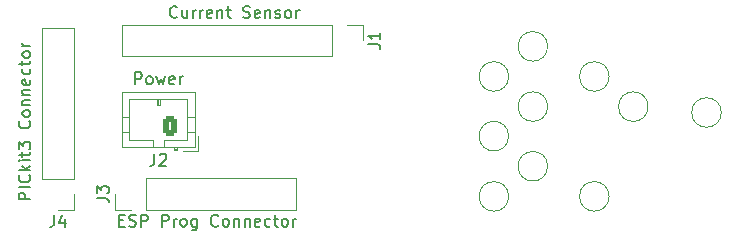
<source format=gto>
%TF.GenerationSoftware,KiCad,Pcbnew,(6.0.0)*%
%TF.CreationDate,2022-01-10T19:28:16+00:00*%
%TF.ProjectId,DiscProgrammer,44697363-5072-46f6-9772-616d6d65722e,rev?*%
%TF.SameCoordinates,Original*%
%TF.FileFunction,Legend,Top*%
%TF.FilePolarity,Positive*%
%FSLAX46Y46*%
G04 Gerber Fmt 4.6, Leading zero omitted, Abs format (unit mm)*
G04 Created by KiCad (PCBNEW (6.0.0)) date 2022-01-10 19:28:16*
%MOMM*%
%LPD*%
G01*
G04 APERTURE LIST*
G04 Aperture macros list*
%AMRoundRect*
0 Rectangle with rounded corners*
0 $1 Rounding radius*
0 $2 $3 $4 $5 $6 $7 $8 $9 X,Y pos of 4 corners*
0 Add a 4 corners polygon primitive as box body*
4,1,4,$2,$3,$4,$5,$6,$7,$8,$9,$2,$3,0*
0 Add four circle primitives for the rounded corners*
1,1,$1+$1,$2,$3*
1,1,$1+$1,$4,$5*
1,1,$1+$1,$6,$7*
1,1,$1+$1,$8,$9*
0 Add four rect primitives between the rounded corners*
20,1,$1+$1,$2,$3,$4,$5,0*
20,1,$1+$1,$4,$5,$6,$7,0*
20,1,$1+$1,$6,$7,$8,$9,0*
20,1,$1+$1,$8,$9,$2,$3,0*%
G04 Aperture macros list end*
%ADD10C,0.150000*%
%ADD11C,0.120000*%
%ADD12C,3.200000*%
%ADD13R,1.700000X1.700000*%
%ADD14O,1.700000X1.700000*%
%ADD15C,6.500000*%
%ADD16C,2.000000*%
%ADD17RoundRect,0.250000X0.350000X0.625000X-0.350000X0.625000X-0.350000X-0.625000X0.350000X-0.625000X0*%
%ADD18O,1.200000X1.750000*%
G04 APERTURE END LIST*
D10*
%TO.C,J4*%
X51666666Y-49782380D02*
X51666666Y-50496666D01*
X51619047Y-50639523D01*
X51523809Y-50734761D01*
X51380952Y-50782380D01*
X51285714Y-50782380D01*
X52571428Y-50115714D02*
X52571428Y-50782380D01*
X52333333Y-49734761D02*
X52095238Y-50449047D01*
X52714285Y-50449047D01*
X49652380Y-48447619D02*
X48652380Y-48447619D01*
X48652380Y-48066666D01*
X48700000Y-47971428D01*
X48747619Y-47923809D01*
X48842857Y-47876190D01*
X48985714Y-47876190D01*
X49080952Y-47923809D01*
X49128571Y-47971428D01*
X49176190Y-48066666D01*
X49176190Y-48447619D01*
X49652380Y-47447619D02*
X48652380Y-47447619D01*
X49557142Y-46400000D02*
X49604761Y-46447619D01*
X49652380Y-46590476D01*
X49652380Y-46685714D01*
X49604761Y-46828571D01*
X49509523Y-46923809D01*
X49414285Y-46971428D01*
X49223809Y-47019047D01*
X49080952Y-47019047D01*
X48890476Y-46971428D01*
X48795238Y-46923809D01*
X48700000Y-46828571D01*
X48652380Y-46685714D01*
X48652380Y-46590476D01*
X48700000Y-46447619D01*
X48747619Y-46400000D01*
X49652380Y-45971428D02*
X48652380Y-45971428D01*
X49271428Y-45876190D02*
X49652380Y-45590476D01*
X48985714Y-45590476D02*
X49366666Y-45971428D01*
X49652380Y-45161904D02*
X48985714Y-45161904D01*
X48652380Y-45161904D02*
X48700000Y-45209523D01*
X48747619Y-45161904D01*
X48700000Y-45114285D01*
X48652380Y-45161904D01*
X48747619Y-45161904D01*
X48985714Y-44828571D02*
X48985714Y-44447619D01*
X48652380Y-44685714D02*
X49509523Y-44685714D01*
X49604761Y-44638095D01*
X49652380Y-44542857D01*
X49652380Y-44447619D01*
X48652380Y-44209523D02*
X48652380Y-43590476D01*
X49033333Y-43923809D01*
X49033333Y-43780952D01*
X49080952Y-43685714D01*
X49128571Y-43638095D01*
X49223809Y-43590476D01*
X49461904Y-43590476D01*
X49557142Y-43638095D01*
X49604761Y-43685714D01*
X49652380Y-43780952D01*
X49652380Y-44066666D01*
X49604761Y-44161904D01*
X49557142Y-44209523D01*
X49557142Y-41828571D02*
X49604761Y-41876190D01*
X49652380Y-42019047D01*
X49652380Y-42114285D01*
X49604761Y-42257142D01*
X49509523Y-42352380D01*
X49414285Y-42400000D01*
X49223809Y-42447619D01*
X49080952Y-42447619D01*
X48890476Y-42400000D01*
X48795238Y-42352380D01*
X48700000Y-42257142D01*
X48652380Y-42114285D01*
X48652380Y-42019047D01*
X48700000Y-41876190D01*
X48747619Y-41828571D01*
X49652380Y-41257142D02*
X49604761Y-41352380D01*
X49557142Y-41400000D01*
X49461904Y-41447619D01*
X49176190Y-41447619D01*
X49080952Y-41400000D01*
X49033333Y-41352380D01*
X48985714Y-41257142D01*
X48985714Y-41114285D01*
X49033333Y-41019047D01*
X49080952Y-40971428D01*
X49176190Y-40923809D01*
X49461904Y-40923809D01*
X49557142Y-40971428D01*
X49604761Y-41019047D01*
X49652380Y-41114285D01*
X49652380Y-41257142D01*
X48985714Y-40495238D02*
X49652380Y-40495238D01*
X49080952Y-40495238D02*
X49033333Y-40447619D01*
X48985714Y-40352380D01*
X48985714Y-40209523D01*
X49033333Y-40114285D01*
X49128571Y-40066666D01*
X49652380Y-40066666D01*
X48985714Y-39590476D02*
X49652380Y-39590476D01*
X49080952Y-39590476D02*
X49033333Y-39542857D01*
X48985714Y-39447619D01*
X48985714Y-39304761D01*
X49033333Y-39209523D01*
X49128571Y-39161904D01*
X49652380Y-39161904D01*
X49604761Y-38304761D02*
X49652380Y-38400000D01*
X49652380Y-38590476D01*
X49604761Y-38685714D01*
X49509523Y-38733333D01*
X49128571Y-38733333D01*
X49033333Y-38685714D01*
X48985714Y-38590476D01*
X48985714Y-38400000D01*
X49033333Y-38304761D01*
X49128571Y-38257142D01*
X49223809Y-38257142D01*
X49319047Y-38733333D01*
X49604761Y-37400000D02*
X49652380Y-37495238D01*
X49652380Y-37685714D01*
X49604761Y-37780952D01*
X49557142Y-37828571D01*
X49461904Y-37876190D01*
X49176190Y-37876190D01*
X49080952Y-37828571D01*
X49033333Y-37780952D01*
X48985714Y-37685714D01*
X48985714Y-37495238D01*
X49033333Y-37400000D01*
X48985714Y-37114285D02*
X48985714Y-36733333D01*
X48652380Y-36971428D02*
X49509523Y-36971428D01*
X49604761Y-36923809D01*
X49652380Y-36828571D01*
X49652380Y-36733333D01*
X49652380Y-36257142D02*
X49604761Y-36352380D01*
X49557142Y-36400000D01*
X49461904Y-36447619D01*
X49176190Y-36447619D01*
X49080952Y-36400000D01*
X49033333Y-36352380D01*
X48985714Y-36257142D01*
X48985714Y-36114285D01*
X49033333Y-36019047D01*
X49080952Y-35971428D01*
X49176190Y-35923809D01*
X49461904Y-35923809D01*
X49557142Y-35971428D01*
X49604761Y-36019047D01*
X49652380Y-36114285D01*
X49652380Y-36257142D01*
X49652380Y-35495238D02*
X48985714Y-35495238D01*
X49176190Y-35495238D02*
X49080952Y-35447619D01*
X49033333Y-35400000D01*
X48985714Y-35304761D01*
X48985714Y-35209523D01*
%TO.C,J3*%
X55272380Y-48333333D02*
X55986666Y-48333333D01*
X56129523Y-48380952D01*
X56224761Y-48476190D01*
X56272380Y-48619047D01*
X56272380Y-48714285D01*
X55272380Y-47952380D02*
X55272380Y-47333333D01*
X55653333Y-47666666D01*
X55653333Y-47523809D01*
X55700952Y-47428571D01*
X55748571Y-47380952D01*
X55843809Y-47333333D01*
X56081904Y-47333333D01*
X56177142Y-47380952D01*
X56224761Y-47428571D01*
X56272380Y-47523809D01*
X56272380Y-47809523D01*
X56224761Y-47904761D01*
X56177142Y-47952380D01*
X57171428Y-50228571D02*
X57504761Y-50228571D01*
X57647619Y-50752380D02*
X57171428Y-50752380D01*
X57171428Y-49752380D01*
X57647619Y-49752380D01*
X58028571Y-50704761D02*
X58171428Y-50752380D01*
X58409523Y-50752380D01*
X58504761Y-50704761D01*
X58552380Y-50657142D01*
X58599999Y-50561904D01*
X58599999Y-50466666D01*
X58552380Y-50371428D01*
X58504761Y-50323809D01*
X58409523Y-50276190D01*
X58219047Y-50228571D01*
X58123809Y-50180952D01*
X58076190Y-50133333D01*
X58028571Y-50038095D01*
X58028571Y-49942857D01*
X58076190Y-49847619D01*
X58123809Y-49800000D01*
X58219047Y-49752380D01*
X58457142Y-49752380D01*
X58599999Y-49800000D01*
X59028571Y-50752380D02*
X59028571Y-49752380D01*
X59409523Y-49752380D01*
X59504761Y-49800000D01*
X59552380Y-49847619D01*
X59599999Y-49942857D01*
X59599999Y-50085714D01*
X59552380Y-50180952D01*
X59504761Y-50228571D01*
X59409523Y-50276190D01*
X59028571Y-50276190D01*
X60790476Y-50752380D02*
X60790476Y-49752380D01*
X61171428Y-49752380D01*
X61266666Y-49800000D01*
X61314285Y-49847619D01*
X61361904Y-49942857D01*
X61361904Y-50085714D01*
X61314285Y-50180952D01*
X61266666Y-50228571D01*
X61171428Y-50276190D01*
X60790476Y-50276190D01*
X61790476Y-50752380D02*
X61790476Y-50085714D01*
X61790476Y-50276190D02*
X61838095Y-50180952D01*
X61885714Y-50133333D01*
X61980952Y-50085714D01*
X62076190Y-50085714D01*
X62552380Y-50752380D02*
X62457142Y-50704761D01*
X62409523Y-50657142D01*
X62361904Y-50561904D01*
X62361904Y-50276190D01*
X62409523Y-50180952D01*
X62457142Y-50133333D01*
X62552380Y-50085714D01*
X62695238Y-50085714D01*
X62790476Y-50133333D01*
X62838095Y-50180952D01*
X62885714Y-50276190D01*
X62885714Y-50561904D01*
X62838095Y-50657142D01*
X62790476Y-50704761D01*
X62695238Y-50752380D01*
X62552380Y-50752380D01*
X63742857Y-50085714D02*
X63742857Y-50895238D01*
X63695238Y-50990476D01*
X63647619Y-51038095D01*
X63552380Y-51085714D01*
X63409523Y-51085714D01*
X63314285Y-51038095D01*
X63742857Y-50704761D02*
X63647619Y-50752380D01*
X63457142Y-50752380D01*
X63361904Y-50704761D01*
X63314285Y-50657142D01*
X63266666Y-50561904D01*
X63266666Y-50276190D01*
X63314285Y-50180952D01*
X63361904Y-50133333D01*
X63457142Y-50085714D01*
X63647619Y-50085714D01*
X63742857Y-50133333D01*
X65552380Y-50657142D02*
X65504761Y-50704761D01*
X65361904Y-50752380D01*
X65266666Y-50752380D01*
X65123809Y-50704761D01*
X65028571Y-50609523D01*
X64980952Y-50514285D01*
X64933333Y-50323809D01*
X64933333Y-50180952D01*
X64980952Y-49990476D01*
X65028571Y-49895238D01*
X65123809Y-49800000D01*
X65266666Y-49752380D01*
X65361904Y-49752380D01*
X65504761Y-49800000D01*
X65552380Y-49847619D01*
X66123809Y-50752380D02*
X66028571Y-50704761D01*
X65980952Y-50657142D01*
X65933333Y-50561904D01*
X65933333Y-50276190D01*
X65980952Y-50180952D01*
X66028571Y-50133333D01*
X66123809Y-50085714D01*
X66266666Y-50085714D01*
X66361904Y-50133333D01*
X66409523Y-50180952D01*
X66457142Y-50276190D01*
X66457142Y-50561904D01*
X66409523Y-50657142D01*
X66361904Y-50704761D01*
X66266666Y-50752380D01*
X66123809Y-50752380D01*
X66885714Y-50085714D02*
X66885714Y-50752380D01*
X66885714Y-50180952D02*
X66933333Y-50133333D01*
X67028571Y-50085714D01*
X67171428Y-50085714D01*
X67266666Y-50133333D01*
X67314285Y-50228571D01*
X67314285Y-50752380D01*
X67790476Y-50085714D02*
X67790476Y-50752380D01*
X67790476Y-50180952D02*
X67838095Y-50133333D01*
X67933333Y-50085714D01*
X68076190Y-50085714D01*
X68171428Y-50133333D01*
X68219047Y-50228571D01*
X68219047Y-50752380D01*
X69076190Y-50704761D02*
X68980952Y-50752380D01*
X68790476Y-50752380D01*
X68695238Y-50704761D01*
X68647619Y-50609523D01*
X68647619Y-50228571D01*
X68695238Y-50133333D01*
X68790476Y-50085714D01*
X68980952Y-50085714D01*
X69076190Y-50133333D01*
X69123809Y-50228571D01*
X69123809Y-50323809D01*
X68647619Y-50419047D01*
X69980952Y-50704761D02*
X69885714Y-50752380D01*
X69695238Y-50752380D01*
X69600000Y-50704761D01*
X69552380Y-50657142D01*
X69504761Y-50561904D01*
X69504761Y-50276190D01*
X69552380Y-50180952D01*
X69600000Y-50133333D01*
X69695238Y-50085714D01*
X69885714Y-50085714D01*
X69980952Y-50133333D01*
X70266666Y-50085714D02*
X70647619Y-50085714D01*
X70409523Y-49752380D02*
X70409523Y-50609523D01*
X70457142Y-50704761D01*
X70552380Y-50752380D01*
X70647619Y-50752380D01*
X71123809Y-50752380D02*
X71028571Y-50704761D01*
X70980952Y-50657142D01*
X70933333Y-50561904D01*
X70933333Y-50276190D01*
X70980952Y-50180952D01*
X71028571Y-50133333D01*
X71123809Y-50085714D01*
X71266666Y-50085714D01*
X71361904Y-50133333D01*
X71409523Y-50180952D01*
X71457142Y-50276190D01*
X71457142Y-50561904D01*
X71409523Y-50657142D01*
X71361904Y-50704761D01*
X71266666Y-50752380D01*
X71123809Y-50752380D01*
X71885714Y-50752380D02*
X71885714Y-50085714D01*
X71885714Y-50276190D02*
X71933333Y-50180952D01*
X71980952Y-50133333D01*
X72076190Y-50085714D01*
X72171428Y-50085714D01*
%TO.C,J1*%
X78282380Y-35333333D02*
X78996666Y-35333333D01*
X79139523Y-35380952D01*
X79234761Y-35476190D01*
X79282380Y-35619047D01*
X79282380Y-35714285D01*
X79282380Y-34333333D02*
X79282380Y-34904761D01*
X79282380Y-34619047D02*
X78282380Y-34619047D01*
X78425238Y-34714285D01*
X78520476Y-34809523D01*
X78568095Y-34904761D01*
X62066666Y-33007142D02*
X62019047Y-33054761D01*
X61876190Y-33102380D01*
X61780952Y-33102380D01*
X61638095Y-33054761D01*
X61542857Y-32959523D01*
X61495238Y-32864285D01*
X61447619Y-32673809D01*
X61447619Y-32530952D01*
X61495238Y-32340476D01*
X61542857Y-32245238D01*
X61638095Y-32150000D01*
X61780952Y-32102380D01*
X61876190Y-32102380D01*
X62019047Y-32150000D01*
X62066666Y-32197619D01*
X62923809Y-32435714D02*
X62923809Y-33102380D01*
X62495238Y-32435714D02*
X62495238Y-32959523D01*
X62542857Y-33054761D01*
X62638095Y-33102380D01*
X62780952Y-33102380D01*
X62876190Y-33054761D01*
X62923809Y-33007142D01*
X63400000Y-33102380D02*
X63400000Y-32435714D01*
X63400000Y-32626190D02*
X63447619Y-32530952D01*
X63495238Y-32483333D01*
X63590476Y-32435714D01*
X63685714Y-32435714D01*
X64019047Y-33102380D02*
X64019047Y-32435714D01*
X64019047Y-32626190D02*
X64066666Y-32530952D01*
X64114285Y-32483333D01*
X64209523Y-32435714D01*
X64304761Y-32435714D01*
X65019047Y-33054761D02*
X64923809Y-33102380D01*
X64733333Y-33102380D01*
X64638095Y-33054761D01*
X64590476Y-32959523D01*
X64590476Y-32578571D01*
X64638095Y-32483333D01*
X64733333Y-32435714D01*
X64923809Y-32435714D01*
X65019047Y-32483333D01*
X65066666Y-32578571D01*
X65066666Y-32673809D01*
X64590476Y-32769047D01*
X65495238Y-32435714D02*
X65495238Y-33102380D01*
X65495238Y-32530952D02*
X65542857Y-32483333D01*
X65638095Y-32435714D01*
X65780952Y-32435714D01*
X65876190Y-32483333D01*
X65923809Y-32578571D01*
X65923809Y-33102380D01*
X66257142Y-32435714D02*
X66638095Y-32435714D01*
X66400000Y-32102380D02*
X66400000Y-32959523D01*
X66447619Y-33054761D01*
X66542857Y-33102380D01*
X66638095Y-33102380D01*
X67685714Y-33054761D02*
X67828571Y-33102380D01*
X68066666Y-33102380D01*
X68161904Y-33054761D01*
X68209523Y-33007142D01*
X68257142Y-32911904D01*
X68257142Y-32816666D01*
X68209523Y-32721428D01*
X68161904Y-32673809D01*
X68066666Y-32626190D01*
X67876190Y-32578571D01*
X67780952Y-32530952D01*
X67733333Y-32483333D01*
X67685714Y-32388095D01*
X67685714Y-32292857D01*
X67733333Y-32197619D01*
X67780952Y-32150000D01*
X67876190Y-32102380D01*
X68114285Y-32102380D01*
X68257142Y-32150000D01*
X69066666Y-33054761D02*
X68971428Y-33102380D01*
X68780952Y-33102380D01*
X68685714Y-33054761D01*
X68638095Y-32959523D01*
X68638095Y-32578571D01*
X68685714Y-32483333D01*
X68780952Y-32435714D01*
X68971428Y-32435714D01*
X69066666Y-32483333D01*
X69114285Y-32578571D01*
X69114285Y-32673809D01*
X68638095Y-32769047D01*
X69542857Y-32435714D02*
X69542857Y-33102380D01*
X69542857Y-32530952D02*
X69590476Y-32483333D01*
X69685714Y-32435714D01*
X69828571Y-32435714D01*
X69923809Y-32483333D01*
X69971428Y-32578571D01*
X69971428Y-33102380D01*
X70400000Y-33054761D02*
X70495238Y-33102380D01*
X70685714Y-33102380D01*
X70780952Y-33054761D01*
X70828571Y-32959523D01*
X70828571Y-32911904D01*
X70780952Y-32816666D01*
X70685714Y-32769047D01*
X70542857Y-32769047D01*
X70447619Y-32721428D01*
X70400000Y-32626190D01*
X70400000Y-32578571D01*
X70447619Y-32483333D01*
X70542857Y-32435714D01*
X70685714Y-32435714D01*
X70780952Y-32483333D01*
X71400000Y-33102380D02*
X71304761Y-33054761D01*
X71257142Y-33007142D01*
X71209523Y-32911904D01*
X71209523Y-32626190D01*
X71257142Y-32530952D01*
X71304761Y-32483333D01*
X71400000Y-32435714D01*
X71542857Y-32435714D01*
X71638095Y-32483333D01*
X71685714Y-32530952D01*
X71733333Y-32626190D01*
X71733333Y-32911904D01*
X71685714Y-33007142D01*
X71638095Y-33054761D01*
X71542857Y-33102380D01*
X71400000Y-33102380D01*
X72161904Y-33102380D02*
X72161904Y-32435714D01*
X72161904Y-32626190D02*
X72209523Y-32530952D01*
X72257142Y-32483333D01*
X72352380Y-32435714D01*
X72447619Y-32435714D01*
%TO.C,J2*%
X60166666Y-44602380D02*
X60166666Y-45316666D01*
X60119047Y-45459523D01*
X60023809Y-45554761D01*
X59880952Y-45602380D01*
X59785714Y-45602380D01*
X60595238Y-44697619D02*
X60642857Y-44650000D01*
X60738095Y-44602380D01*
X60976190Y-44602380D01*
X61071428Y-44650000D01*
X61119047Y-44697619D01*
X61166666Y-44792857D01*
X61166666Y-44888095D01*
X61119047Y-45030952D01*
X60547619Y-45602380D01*
X61166666Y-45602380D01*
X58523809Y-38702380D02*
X58523809Y-37702380D01*
X58904761Y-37702380D01*
X59000000Y-37750000D01*
X59047619Y-37797619D01*
X59095238Y-37892857D01*
X59095238Y-38035714D01*
X59047619Y-38130952D01*
X59000000Y-38178571D01*
X58904761Y-38226190D01*
X58523809Y-38226190D01*
X59666666Y-38702380D02*
X59571428Y-38654761D01*
X59523809Y-38607142D01*
X59476190Y-38511904D01*
X59476190Y-38226190D01*
X59523809Y-38130952D01*
X59571428Y-38083333D01*
X59666666Y-38035714D01*
X59809523Y-38035714D01*
X59904761Y-38083333D01*
X59952380Y-38130952D01*
X60000000Y-38226190D01*
X60000000Y-38511904D01*
X59952380Y-38607142D01*
X59904761Y-38654761D01*
X59809523Y-38702380D01*
X59666666Y-38702380D01*
X60333333Y-38035714D02*
X60523809Y-38702380D01*
X60714285Y-38226190D01*
X60904761Y-38702380D01*
X61095238Y-38035714D01*
X61857142Y-38654761D02*
X61761904Y-38702380D01*
X61571428Y-38702380D01*
X61476190Y-38654761D01*
X61428571Y-38559523D01*
X61428571Y-38178571D01*
X61476190Y-38083333D01*
X61571428Y-38035714D01*
X61761904Y-38035714D01*
X61857142Y-38083333D01*
X61904761Y-38178571D01*
X61904761Y-38273809D01*
X61428571Y-38369047D01*
X62333333Y-38702380D02*
X62333333Y-38035714D01*
X62333333Y-38226190D02*
X62380952Y-38130952D01*
X62428571Y-38083333D01*
X62523809Y-38035714D01*
X62619047Y-38035714D01*
D11*
%TO.C,J4*%
X53330000Y-33970000D02*
X50670000Y-33970000D01*
X53330000Y-46730000D02*
X53330000Y-33970000D01*
X50670000Y-46730000D02*
X50670000Y-33970000D01*
X53330000Y-46730000D02*
X50670000Y-46730000D01*
X53330000Y-48000000D02*
X53330000Y-49330000D01*
X53330000Y-49330000D02*
X52000000Y-49330000D01*
%TO.C,J3*%
X72180000Y-49330000D02*
X72180000Y-46670000D01*
X59420000Y-49330000D02*
X72180000Y-49330000D01*
X59420000Y-46670000D02*
X72180000Y-46670000D01*
X59420000Y-49330000D02*
X59420000Y-46670000D01*
X58150000Y-49330000D02*
X56820000Y-49330000D01*
X56820000Y-49330000D02*
X56820000Y-48000000D01*
%TO.C,J1*%
X57390000Y-33670000D02*
X57390000Y-36330000D01*
X75230000Y-33670000D02*
X57390000Y-33670000D01*
X75230000Y-36330000D02*
X57390000Y-36330000D01*
X75230000Y-33670000D02*
X75230000Y-36330000D01*
X76500000Y-33670000D02*
X77830000Y-33670000D01*
X77830000Y-33670000D02*
X77830000Y-35000000D01*
%TO.C,J14*%
X108151000Y-41100000D02*
G75*
G03*
X108151000Y-41100000I-1251000J0D01*
G01*
%TO.C,J13*%
X93451000Y-35500000D02*
G75*
G03*
X93451000Y-35500000I-1251000J0D01*
G01*
%TO.C,J12*%
X90151000Y-38050000D02*
G75*
G03*
X90151000Y-38050000I-1251000J0D01*
G01*
%TO.C,J11*%
X93451000Y-40600000D02*
G75*
G03*
X93451000Y-40600000I-1251000J0D01*
G01*
%TO.C,J10*%
X90151000Y-43100000D02*
G75*
G03*
X90151000Y-43100000I-1251000J0D01*
G01*
%TO.C,J9*%
X98651000Y-38050000D02*
G75*
G03*
X98651000Y-38050000I-1251000J0D01*
G01*
%TO.C,J8*%
X101951000Y-40600000D02*
G75*
G03*
X101951000Y-40600000I-1251000J0D01*
G01*
%TO.C,J7*%
X93451000Y-45650000D02*
G75*
G03*
X93451000Y-45650000I-1251000J0D01*
G01*
%TO.C,J6*%
X90151000Y-48200000D02*
G75*
G03*
X90151000Y-48200000I-1251000J0D01*
G01*
%TO.C,J5*%
X98651000Y-48200000D02*
G75*
G03*
X98651000Y-48200000I-1251000J0D01*
G01*
%TO.C,J2*%
X63560000Y-44060000D02*
X63560000Y-39340000D01*
X63560000Y-39340000D02*
X57440000Y-39340000D01*
X57440000Y-39340000D02*
X57440000Y-44060000D01*
X57440000Y-44060000D02*
X63560000Y-44060000D01*
X61800000Y-44060000D02*
X61800000Y-44260000D01*
X61800000Y-44260000D02*
X62100000Y-44260000D01*
X62100000Y-44260000D02*
X62100000Y-44060000D01*
X61800000Y-44160000D02*
X62100000Y-44160000D01*
X61000000Y-44060000D02*
X61000000Y-43450000D01*
X61000000Y-43450000D02*
X62950000Y-43450000D01*
X62950000Y-43450000D02*
X62950000Y-39950000D01*
X62950000Y-39950000D02*
X58050000Y-39950000D01*
X58050000Y-39950000D02*
X58050000Y-43450000D01*
X58050000Y-43450000D02*
X60000000Y-43450000D01*
X60000000Y-43450000D02*
X60000000Y-44060000D01*
X63560000Y-42750000D02*
X62950000Y-42750000D01*
X63560000Y-41450000D02*
X62950000Y-41450000D01*
X57440000Y-42750000D02*
X58050000Y-42750000D01*
X57440000Y-41450000D02*
X58050000Y-41450000D01*
X60600000Y-39950000D02*
X60600000Y-40450000D01*
X60600000Y-40450000D02*
X60400000Y-40450000D01*
X60400000Y-40450000D02*
X60400000Y-39950000D01*
X60500000Y-39950000D02*
X60500000Y-40450000D01*
X62610000Y-44360000D02*
X63860000Y-44360000D01*
X63860000Y-44360000D02*
X63860000Y-43110000D01*
%TD*%
%LPC*%
D12*
%TO.C,H1*%
X77000000Y-29500000D03*
%TD*%
D13*
%TO.C,J4*%
X52000000Y-48000000D03*
D14*
X52000000Y-45460000D03*
X52000000Y-42920000D03*
X52000000Y-40380000D03*
X52000000Y-37840000D03*
X52000000Y-35300000D03*
%TD*%
D15*
%TO.C,REF\u002A\u002A*%
X89650000Y-54300000D03*
%TD*%
%TO.C,REF\u002A\u002A*%
X96250000Y-29500000D03*
%TD*%
D12*
%TO.C,H2*%
X108550000Y-32850000D03*
%TD*%
%TO.C,H1*%
X115050000Y-49850000D03*
%TD*%
D13*
%TO.C,J3*%
X58150000Y-48000000D03*
D14*
X60690000Y-48000000D03*
X63230000Y-48000000D03*
X65770000Y-48000000D03*
X68310000Y-48000000D03*
X70850000Y-48000000D03*
%TD*%
D13*
%TO.C,J1*%
X76500000Y-35000000D03*
D14*
X73960000Y-35000000D03*
X71420000Y-35000000D03*
X68880000Y-35000000D03*
X66340000Y-35000000D03*
X63800000Y-35000000D03*
X61260000Y-35000000D03*
X58720000Y-35000000D03*
%TD*%
D16*
%TO.C,J14*%
X106900000Y-41100000D03*
%TD*%
%TO.C,J13*%
X92200000Y-35500000D03*
%TD*%
%TO.C,J12*%
X88900000Y-38050000D03*
%TD*%
%TO.C,J11*%
X92200000Y-40600000D03*
%TD*%
%TO.C,J10*%
X88900000Y-43100000D03*
%TD*%
%TO.C,J9*%
X97400000Y-38050000D03*
%TD*%
%TO.C,J8*%
X100700000Y-40600000D03*
%TD*%
%TO.C,J7*%
X92200000Y-45650000D03*
%TD*%
%TO.C,J6*%
X88900000Y-48200000D03*
%TD*%
%TO.C,J5*%
X97400000Y-48200000D03*
%TD*%
D17*
%TO.C,J2*%
X61500000Y-42250000D03*
D18*
X59500000Y-42250000D03*
%TD*%
M02*

</source>
